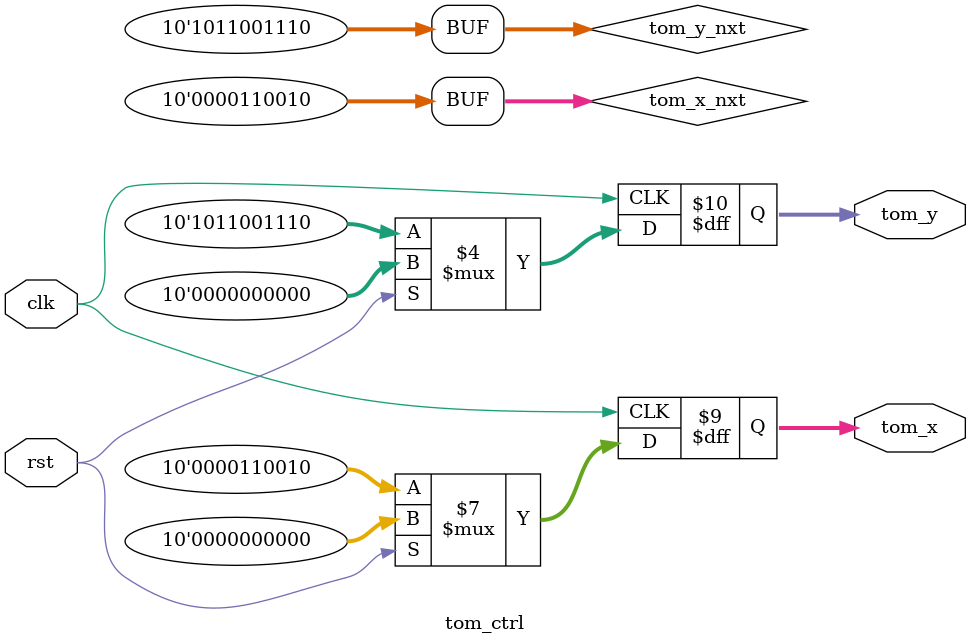
<source format=sv>
/**
 * Copyright (C) 2023  AGH University of Science and Technology
 * MTM UEC2
 * Author: Tomasz Maslanka, Jakub Brzazgacz
 *
 * Description:
 * Module controlling the position of Tom
 */


`timescale 1 ns / 1 ps

module tom_ctrl (
    input  logic clk,
    input  logic rst,
    // todo input from keyboard

    output logic [9:0] tom_x,
    output logic [9:0] tom_y
    
);

// import vga_pkg::*;


/**
 * Local variables and signals
 */
parameter TOM_X_SPAWN = 50; // left x cord 
parameter TOM_Y_SPAWN = 718; // upper y cord with vga logic, it meands y cords lower on down side

logic [9:0] tom_x_nxt;
logic [9:0] tom_y_nxt;


/**
 * Internal logic
 */

always_ff @(posedge clk) begin : bg_ff_blk
    if (rst) begin
        tom_x <= '0;
        tom_y <= '0;
    end else begin
        tom_x <= tom_x_nxt;
        tom_y <= tom_y_nxt;
    end
end

always_comb begin
    // todo state machine for controlling movement, for now just spawn cords for Tom
    tom_x_nxt = TOM_X_SPAWN;
    tom_y_nxt = TOM_Y_SPAWN;
end

endmodule

</source>
